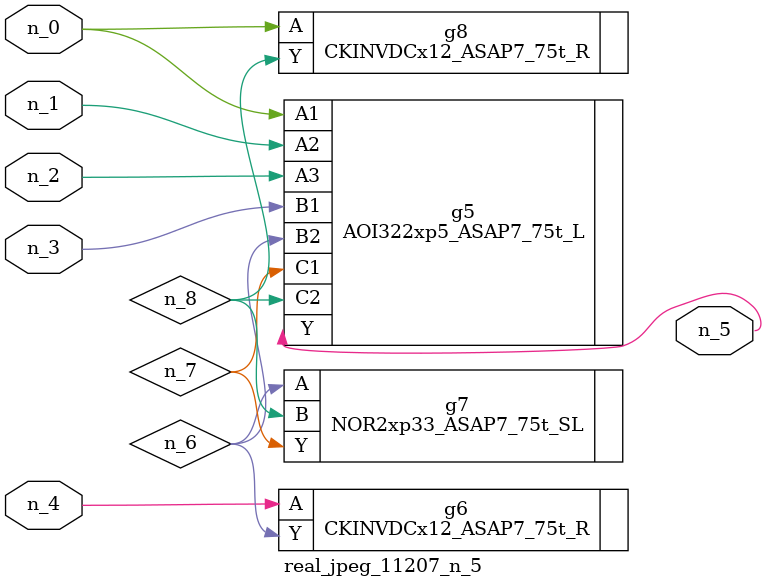
<source format=v>
module real_jpeg_11207_n_5 (n_4, n_0, n_1, n_2, n_3, n_5);

input n_4;
input n_0;
input n_1;
input n_2;
input n_3;

output n_5;

wire n_8;
wire n_6;
wire n_7;

AOI322xp5_ASAP7_75t_L g5 ( 
.A1(n_0),
.A2(n_1),
.A3(n_2),
.B1(n_3),
.B2(n_6),
.C1(n_7),
.C2(n_8),
.Y(n_5)
);

CKINVDCx12_ASAP7_75t_R g8 ( 
.A(n_0),
.Y(n_8)
);

CKINVDCx12_ASAP7_75t_R g6 ( 
.A(n_4),
.Y(n_6)
);

NOR2xp33_ASAP7_75t_SL g7 ( 
.A(n_6),
.B(n_8),
.Y(n_7)
);


endmodule
</source>
